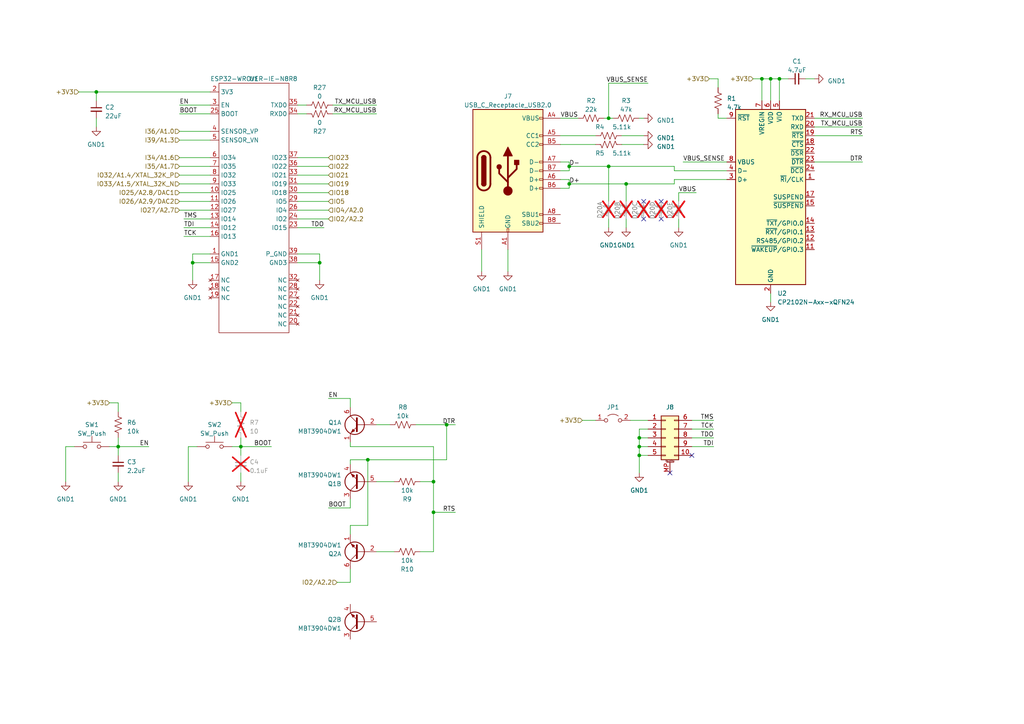
<source format=kicad_sch>
(kicad_sch (version 20230121) (generator eeschema)
  (paper "A4")
  (lib_symbols
    (symbol "Connector:USB_C_Receptacle_USB2.0" (pin_names (offset 1.016))
      (property "Reference" "J" (at -10.16 19.05 0))
      (property "Value" "USB_C_Receptacle_USB2.0" (at 19.05 19.05 0))
      (symbol "USB_C_Receptacle_USB2.0_0_0"
        (rectangle (start -0.254 -17.78) (end 0.254 -16.764))
        (rectangle (start 10.16 -14.986) (end 9.144 -15.494))
        (rectangle (start 10.16 -12.446) (end 9.144 -12.954))
        (rectangle (start 10.16 -4.826) (end 9.144 -5.334))
        (rectangle (start 10.16 -2.286) (end 9.144 -2.794))
        (rectangle (start 10.16 0.254) (end 9.144 -0.254))
        (rectangle (start 10.16 2.794) (end 9.144 2.286))
        (rectangle (start 10.16 7.874) (end 9.144 7.366))
        (rectangle (start 10.16 10.414) (end 9.144 9.906))
        (rectangle (start 10.16 15.494) (end 9.144 14.986))
      )
      (symbol "USB_C_Receptacle_USB2.0_0_1"
        (rectangle (start -10.16 17.78) (end 10.16 -17.78) (stroke (width 0.254)) (fill (type background)))
        (arc (start -8.89 -3.81) (mid -6.985 -5.7067) (end -5.08 -3.81) (stroke (width 0.508)))
        (arc (start -7.62 -3.81) (mid -6.985 -4.4423) (end -6.35 -3.81) (stroke (width 0.254)))
        (arc (start -7.62 -3.81) (mid -6.985 -4.4423) (end -6.35 -3.81) (stroke (width 0.254)) (fill (type outline)))
        (rectangle (start -7.62 -3.81) (end -6.35 3.81) (stroke (width 0.254)) (fill (type outline)))
        (arc (start -6.35 3.81) (mid -6.985 4.4423) (end -7.62 3.81) (stroke (width 0.254)))
        (arc (start -6.35 3.81) (mid -6.985 4.4423) (end -7.62 3.81) (stroke (width 0.254)) (fill (type outline)))
        (arc (start -5.08 3.81) (mid -6.985 5.7067) (end -8.89 3.81) (stroke (width 0.508)))
        (circle (center -2.54 1.143) (radius 0.635) (stroke (width 0.254)) (fill (type outline)))
        (circle (center 0 -5.842) (radius 1.27) (fill (type outline)))
        (polyline (pts (xy -8.89 -3.81) (xy -8.89 3.81)) (stroke (width 0.508)))
        (polyline (pts (xy -5.08 3.81) (xy -5.08 -3.81)) (stroke (width 0.508)))
        (polyline (pts (xy 0 -5.842) (xy 0 4.318)) (stroke (width 0.508)))
        (polyline (pts (xy 0 -3.302) (xy -2.54 -0.762) (xy -2.54 0.508)) (stroke (width 0.508)))
        (polyline (pts (xy 0 -2.032) (xy 2.54 0.508) (xy 2.54 1.778)) (stroke (width 0.508)))
        (polyline (pts (xy -1.27 4.318) (xy 0 6.858) (xy 1.27 4.318) (xy -1.27 4.318)) (stroke (width 0.254)) (fill (type outline)))
        (rectangle (start 1.905 1.778) (end 3.175 3.048) (stroke (width 0.254)) (fill (type outline)))
      )
      (symbol "USB_C_Receptacle_USB2.0_1_1"
        (pin passive line (at 0 -22.86 90) (length 5.08) (name "GND") (number "A1"))
        (pin passive line (at 0 -22.86 90) (length 5.08) hide (name "GND") (number "A12"))
        (pin passive line (at 15.24 15.24 180) (length 5.08) (name "VBUS") (number "A4"))
        (pin bidirectional line (at 15.24 10.16 180) (length 5.08) (name "CC1") (number "A5"))
        (pin bidirectional line (at 15.24 -2.54 180) (length 5.08) (name "D+") (number "A6"))
        (pin bidirectional line (at 15.24 2.54 180) (length 5.08) (name "D-") (number "A7"))
        (pin bidirectional line (at 15.24 -12.7 180) (length 5.08) (name "SBU1") (number "A8"))
        (pin passive line (at 15.24 15.24 180) (length 5.08) hide (name "VBUS") (number "A9"))
        (pin passive line (at 0 -22.86 90) (length 5.08) hide (name "GND") (number "B1"))
        (pin passive line (at 0 -22.86 90) (length 5.08) hide (name "GND") (number "B12"))
        (pin passive line (at 15.24 15.24 180) (length 5.08) hide (name "VBUS") (number "B4"))
        (pin bidirectional line (at 15.24 7.62 180) (length 5.08) (name "CC2") (number "B5"))
        (pin bidirectional line (at 15.24 -5.08 180) (length 5.08) (name "D+") (number "B6"))
        (pin bidirectional line (at 15.24 0 180) (length 5.08) (name "D-") (number "B7"))
        (pin bidirectional line (at 15.24 -15.24 180) (length 5.08) (name "SBU2") (number "B8"))
        (pin passive line (at 15.24 15.24 180) (length 5.08) hide (name "VBUS") (number "B9"))
        (pin passive line (at -7.62 -22.86 90) (length 5.08) (name "SHIELD") (number "S1"))
      )
    )
    (symbol "Connector_Generic_MountingPin:Conn_02x05_Top_Bottom_MountingPin" (pin_names (offset 1.016) hide)
      (property "Reference" "J" (at 1.27 7.62 0))
      (property "Value" "Conn_02x05_Top_Bottom_MountingPin" (at 2.54 -7.62 0))
      (symbol "Conn_02x05_Top_Bottom_MountingPin_1_1"
        (rectangle (start -1.27 -4.953) (end 0 -5.207) (stroke (width 0.1524)))
        (rectangle (start -1.27 -2.413) (end 0 -2.667) (stroke (width 0.1524)))
        (rectangle (start -1.27 0.127) (end 0 -0.127) (stroke (width 0.1524)))
        (rectangle (start -1.27 2.667) (end 0 2.413) (stroke (width 0.1524)))
        (rectangle (start -1.27 5.207) (end 0 4.953) (stroke (width 0.1524)))
        (rectangle (start -1.27 6.35) (end 3.81 -6.35) (stroke (width 0.254)) (fill (type background)))
        (polyline (pts (xy 0.254 -7.112) (xy 2.286 -7.112)) (stroke (width 0.1524)))
        (rectangle (start 3.81 -4.953) (end 2.54 -5.207) (stroke (width 0.1524)))
        (rectangle (start 3.81 -2.413) (end 2.54 -2.667) (stroke (width 0.1524)))
        (rectangle (start 3.81 0.127) (end 2.54 -0.127) (stroke (width 0.1524)))
        (rectangle (start 3.81 2.667) (end 2.54 2.413) (stroke (width 0.1524)))
        (rectangle (start 3.81 5.207) (end 2.54 4.953) (stroke (width 0.1524)))
        (text "Mounting" (at 1.27 -6.731 0) (effects (font (size 0.381 0.381))))
        (pin passive line (at -5.08 5.08 0) (length 3.81) (name "Pin_1") (number "1"))
        (pin passive line (at 7.62 -5.08 180) (length 3.81) (name "Pin_10") (number "10"))
        (pin passive line (at -5.08 2.54 0) (length 3.81) (name "Pin_2") (number "2"))
        (pin passive line (at -5.08 0 0) (length 3.81) (name "Pin_3") (number "3"))
        (pin passive line (at -5.08 -2.54 0) (length 3.81) (name "Pin_4") (number "4"))
        (pin passive line (at -5.08 -5.08 0) (length 3.81) (name "Pin_5") (number "5"))
        (pin passive line (at 7.62 5.08 180) (length 3.81) (name "Pin_6") (number "6"))
        (pin passive line (at 7.62 2.54 180) (length 3.81) (name "Pin_7") (number "7"))
        (pin passive line (at 7.62 0 180) (length 3.81) (name "Pin_8") (number "8"))
        (pin passive line (at 7.62 -2.54 180) (length 3.81) (name "Pin_9") (number "9"))
        (pin passive line (at 1.27 -10.16 90) (length 3.048) (name "MountPin") (number "MP"))
      )
    )
    (symbol "Device:C_Small" (pin_numbers hide) (pin_names (offset 0.254) hide)
      (property "Reference" "C" (at 0.254 1.778 0))
      (property "Value" "C_Small" (at 0.254 -2.032 0))
      (symbol "C_Small_0_1"
        (polyline (pts (xy -1.524 -0.508) (xy 1.524 -0.508)) (stroke (width 0.3302)))
        (polyline (pts (xy -1.524 0.508) (xy 1.524 0.508)) (stroke (width 0.3048)))
      )
      (symbol "C_Small_1_1"
        (pin passive line (at 0 2.54 270) (length 2.032) (name "~") (number "1"))
        (pin passive line (at 0 -2.54 90) (length 2.032) (name "~") (number "2"))
      )
    )
    (symbol "Device:R_US" (pin_numbers hide) (pin_names (offset 0))
      (property "Reference" "R" (at 2.54 0 90))
      (property "Value" "R_US" (at -2.54 0 90))
      (symbol "R_US_0_1"
        (polyline (pts (xy 0 -2.286) (xy 0 -2.54)))
        (polyline (pts (xy 0 2.286) (xy 0 2.54)))
        (polyline (pts (xy 0 -0.762) (xy 1.016 -1.143) (xy 0 -1.524) (xy -1.016 -1.905) (xy 0 -2.286)))
        (polyline (pts (xy 0 0.762) (xy 1.016 0.381) (xy 0 0) (xy -1.016 -0.381) (xy 0 -0.762)))
        (polyline (pts (xy 0 2.286) (xy 1.016 1.905) (xy 0 1.524) (xy -1.016 1.143) (xy 0 0.762)))
      )
      (symbol "R_US_1_1"
        (pin passive line (at 0 3.81 270) (length 1.27) (name "~") (number "1"))
        (pin passive line (at 0 -3.81 90) (length 1.27) (name "~") (number "2"))
      )
    )
    (symbol "Interface_USB:CP2102N-Axx-xQFN24"
      (property "Reference" "U" (at -8.89 26.67 0))
      (property "Value" "CP2102N-Axx-xQFN24" (at 13.97 26.67 0))
      (symbol "CP2102N-Axx-xQFN24_0_1"
        (rectangle (start -10.16 25.4) (end 10.16 -25.4) (stroke (width 0.254)) (fill (type background)))
      )
      (symbol "CP2102N-Axx-xQFN24_1_1"
        (pin bidirectional line (at 12.7 5.08 180) (length 2.54) (name "~{RI}/CLK") (number "1"))
        (pin no_connect line (at -10.16 -22.86 0) (length 2.54) hide (name "NC") (number "10"))
        (pin bidirectional line (at 12.7 -15.24 180) (length 2.54) (name "~{WAKEUP}/GPIO.3") (number "11"))
        (pin bidirectional line (at 12.7 -12.7 180) (length 2.54) (name "RS485/GPIO.2") (number "12"))
        (pin bidirectional line (at 12.7 -10.16 180) (length 2.54) (name "~{RXT}/GPIO.1") (number "13"))
        (pin bidirectional line (at 12.7 -7.62 180) (length 2.54) (name "~{TXT}/GPIO.0") (number "14"))
        (pin output line (at 12.7 -2.54 180) (length 2.54) (name "~{SUSPEND}") (number "15"))
        (pin no_connect line (at 10.16 -22.86 180) (length 2.54) hide (name "NC") (number "16"))
        (pin output line (at 12.7 0 180) (length 2.54) (name "SUSPEND") (number "17"))
        (pin input line (at 12.7 15.24 180) (length 2.54) (name "~{CTS}") (number "18"))
        (pin output line (at 12.7 17.78 180) (length 2.54) (name "~{RTS}") (number "19"))
        (pin power_in line (at 0 -27.94 90) (length 2.54) (name "GND") (number "2"))
        (pin input line (at 12.7 20.32 180) (length 2.54) (name "RXD") (number "20"))
        (pin output line (at 12.7 22.86 180) (length 2.54) (name "TXD") (number "21"))
        (pin input line (at 12.7 12.7 180) (length 2.54) (name "~{DSR}") (number "22"))
        (pin output line (at 12.7 10.16 180) (length 2.54) (name "~{DTR}") (number "23"))
        (pin input line (at 12.7 7.62 180) (length 2.54) (name "~{DCD}") (number "24"))
        (pin passive line (at 0 -27.94 90) (length 2.54) hide (name "GND") (number "25"))
        (pin bidirectional line (at -12.7 5.08 0) (length 2.54) (name "D+") (number "3"))
        (pin bidirectional line (at -12.7 7.62 0) (length 2.54) (name "D-") (number "4"))
        (pin power_in line (at 2.54 27.94 270) (length 2.54) (name "VIO") (number "5"))
        (pin power_in line (at 0 27.94 270) (length 2.54) (name "VDD") (number "6"))
        (pin power_in line (at -2.54 27.94 270) (length 2.54) (name "VREGIN") (number "7"))
        (pin input line (at -12.7 10.16 0) (length 2.54) (name "VBUS") (number "8"))
        (pin input line (at -12.7 22.86 0) (length 2.54) (name "~{RST}") (number "9"))
      )
    )
    (symbol "Jumper:Jumper_2_Open" (pin_names (offset 0) hide)
      (property "Reference" "JP" (at 0 2.794 0))
      (property "Value" "Jumper_2_Open" (at 0 -2.286 0))
      (symbol "Jumper_2_Open_0_0"
        (circle (center -2.032 0) (radius 0.508))
        (circle (center 2.032 0) (radius 0.508))
      )
      (symbol "Jumper_2_Open_0_1"
        (arc (start 1.524 1.27) (mid 0 1.778) (end -1.524 1.27))
      )
      (symbol "Jumper_2_Open_1_1"
        (pin passive line (at -5.08 0 0) (length 2.54) (name "A") (number "1"))
        (pin passive line (at 5.08 0 180) (length 2.54) (name "B") (number "2"))
      )
    )
    (symbol "Rumission:D5V0F4U6SO" (pin_names hide)
      (property "Reference" "D" (at 0 0 0))
      (symbol "D5V0F4U6SO_1_1"
        (polyline (pts (xy -1.27 -2.54) (xy 0.762 -2.54)))
        (polyline (pts (xy -1.27 -1.524) (xy -1.27 -3.556) (xy -0.762 -3.556)))
        (polyline (pts (xy 0.762 -1.524) (xy -1.27 -2.54) (xy 0.762 -3.556) (xy 0.762 -1.524)))
        (pin passive line (at -2.54 -2.54 0) (length 2.54) (name "K1") (number "1"))
        (pin passive line (at 2.54 -2.54 180) (length 2.54) (name "A") (number "2"))
      )
      (symbol "D5V0F4U6SO_2_1"
        (polyline (pts (xy -1.27 -2.54) (xy 0.762 -2.54)))
        (polyline (pts (xy -1.27 -1.524) (xy -1.27 -3.556) (xy -0.762 -3.556)))
        (polyline (pts (xy 0.762 -1.524) (xy -1.27 -2.54) (xy 0.762 -3.556) (xy 0.762 -1.524)))
        (pin passive line (at 2.54 -2.54 180) (length 2.54) (name "A") (number "2"))
        (pin passive line (at -2.54 -2.54 0) (length 2.54) (name "K2") (number "3"))
      )
      (symbol "D5V0F4U6SO_3_1"
        (polyline (pts (xy -1.27 -2.54) (xy 0.762 -2.54)))
        (polyline (pts (xy -1.27 -1.524) (xy -1.27 -3.556) (xy -0.762 -3.556)))
        (polyline (pts (xy 0.762 -1.524) (xy -1.27 -2.54) (xy 0.762 -3.556) (xy 0.762 -1.524)))
        (pin passive line (at 2.54 -2.54 180) (length 2.54) (name "A") (number "2"))
        (pin passive line (at -2.54 -2.54 0) (length 2.54) (name "K3") (number "4"))
      )
      (symbol "D5V0F4U6SO_4_1"
        (polyline (pts (xy -1.27 -2.54) (xy 0.762 -2.54)))
        (polyline (pts (xy -1.27 -1.524) (xy -1.27 -3.556) (xy -0.762 -3.556)))
        (polyline (pts (xy 0.762 -1.524) (xy -1.27 -2.54) (xy 0.762 -3.556) (xy 0.762 -1.524)))
        (pin passive line (at 2.54 -2.54 180) (length 2.54) (name "A") (number "2"))
        (pin passive line (at -2.54 -2.54 0) (length 2.54) (name "K4") (number "6"))
      )
      (symbol "D5V0F4U6SO_5_1"
        (polyline (pts (xy 0 -5.08) (xy 0 -7.112)))
        (polyline (pts (xy 1.016 -5.08) (xy -1.016 -5.08) (xy -1.016 -5.588)))
        (polyline (pts (xy 1.016 -7.112) (xy 0 -5.08) (xy -1.016 -7.112) (xy 1.016 -7.112)))
        (pin passive line (at 0 -8.89 90) (length 2.54) (name "A") (number "2"))
        (pin passive line (at 0 -3.81 270) (length 2.54) (name "K_Vcc") (number "5"))
      )
    )
    (symbol "Rumission:ESP32-WROVER"
      (property "Reference" "U" (at 0 0 0))
      (symbol "ESP32-WROVER_0_1"
        (rectangle (start -10.16 -1.27) (end 10.16 -73.66))
      )
      (symbol "ESP32-WROVER_1_1"
        (pin power_out line (at -12.7 -50.8 0) (length 2.54) (name "GND1") (number "1"))
        (pin bidirectional line (at -12.7 -33.02 0) (length 2.54) (name "IO25") (number "10"))
        (pin bidirectional line (at -12.7 -35.56 0) (length 2.54) (name "IO26") (number "11"))
        (pin bidirectional line (at -12.7 -38.1 0) (length 2.54) (name "IO27") (number "12"))
        (pin bidirectional line (at -12.7 -40.64 0) (length 2.54) (name "IO14") (number "13"))
        (pin bidirectional line (at -12.7 -43.18 0) (length 2.54) (name "IO12") (number "14"))
        (pin power_out line (at -12.7 -53.34 0) (length 2.54) (name "GND2") (number "15"))
        (pin bidirectional line (at -12.7 -45.72 0) (length 2.54) (name "IO13") (number "16"))
        (pin no_connect line (at -12.7 -58.42 0) (length 2.54) (name "NC") (number "17"))
        (pin no_connect line (at -12.7 -60.96 0) (length 2.54) (name "NC") (number "18"))
        (pin no_connect line (at -12.7 -63.5 0) (length 2.54) (name "NC") (number "19"))
        (pin power_in line (at -12.7 -3.81 0) (length 2.54) (name "3V3") (number "2"))
        (pin no_connect line (at 12.7 -71.12 180) (length 2.54) (name "NC") (number "20"))
        (pin no_connect line (at 12.7 -68.58 180) (length 2.54) (name "NC") (number "21"))
        (pin no_connect line (at 12.7 -66.04 180) (length 2.54) (name "NC") (number "22"))
        (pin bidirectional line (at 12.7 -43.18 180) (length 2.54) (name "IO15") (number "23"))
        (pin bidirectional line (at 12.7 -40.64 180) (length 2.54) (name "IO2") (number "24"))
        (pin input line (at -12.7 -10.16 0) (length 2.54) (name "BOOT") (number "25"))
        (pin bidirectional line (at 12.7 -38.1 180) (length 2.54) (name "IO4") (number "26"))
        (pin no_connect line (at 12.7 -63.5 180) (length 2.54) (name "NC") (number "27"))
        (pin no_connect line (at 12.7 -60.96 180) (length 2.54) (name "NC") (number "28"))
        (pin bidirectional line (at 12.7 -35.56 180) (length 2.54) (name "IO5") (number "29"))
        (pin input line (at -12.7 -7.62 0) (length 2.54) (name "EN") (number "3"))
        (pin bidirectional line (at 12.7 -33.02 180) (length 2.54) (name "IO18") (number "30"))
        (pin bidirectional line (at 12.7 -30.48 180) (length 2.54) (name "IO19") (number "31"))
        (pin no_connect line (at 12.7 -58.42 180) (length 2.54) (name "NC") (number "32"))
        (pin bidirectional line (at 12.7 -27.94 180) (length 2.54) (name "IO21") (number "33"))
        (pin input line (at 12.7 -10.16 180) (length 2.54) (name "RXD0") (number "34"))
        (pin output line (at 12.7 -7.62 180) (length 2.54) (name "TXD0") (number "35"))
        (pin bidirectional line (at 12.7 -25.4 180) (length 2.54) (name "IO22") (number "36"))
        (pin bidirectional line (at 12.7 -22.86 180) (length 2.54) (name "IO23") (number "37"))
        (pin power_out line (at 12.7 -53.34 180) (length 2.54) (name "GND3") (number "38"))
        (pin power_out line (at 12.7 -50.8 180) (length 2.54) (name "P_GND") (number "39"))
        (pin input line (at -12.7 -15.24 0) (length 2.54) (name "SENSOR_VP") (number "4"))
        (pin input line (at -12.7 -17.78 0) (length 2.54) (name "SENSOR_VN") (number "5"))
        (pin input line (at -12.7 -22.86 0) (length 2.54) (name "IO34") (number "6"))
        (pin input line (at -12.7 -25.4 0) (length 2.54) (name "IO35") (number "7"))
        (pin bidirectional line (at -12.7 -27.94 0) (length 2.54) (name "IO32") (number "8"))
        (pin bidirectional line (at -12.7 -30.48 0) (length 2.54) (name "IO33") (number "9"))
      )
    )
    (symbol "Switch:SW_Push" (pin_numbers hide) (pin_names (offset 1.016) hide)
      (property "Reference" "SW" (at 1.27 2.54 0))
      (property "Value" "SW_Push" (at 0 -1.524 0))
      (symbol "SW_Push_0_1"
        (circle (center -2.032 0) (radius 0.508))
        (polyline (pts (xy 0 1.27) (xy 0 3.048)))
        (polyline (pts (xy 2.54 1.27) (xy -2.54 1.27)))
        (circle (center 2.032 0) (radius 0.508))
        (pin passive line (at -5.08 0 0) (length 2.54) (name "1") (number "1"))
        (pin passive line (at 5.08 0 180) (length 2.54) (name "2") (number "2"))
      )
    )
    (symbol "Transistor_BJT:MBT3904DW1" (pin_names (offset 0) hide)
      (property "Reference" "Q" (at 5.08 1.27 0))
      (property "Value" "MBT3904DW1" (at 5.08 -1.27 0))
      (symbol "MBT3904DW1_0_1"
        (polyline (pts (xy 0.635 0) (xy -2.54 0)))
        (polyline (pts (xy 0.635 0.635) (xy 2.54 2.54)))
        (polyline (pts (xy 0.635 -0.635) (xy 2.54 -2.54) (xy 2.54 -2.54)))
        (polyline (pts (xy 0.635 1.905) (xy 0.635 -1.905) (xy 0.635 -1.905)) (stroke (width 0.508)))
        (polyline (pts (xy 1.27 -1.778) (xy 1.778 -1.27) (xy 2.286 -2.286) (xy 1.27 -1.778) (xy 1.27 -1.778)) (fill (type outline)))
        (circle (center 1.27 0) (radius 2.8194) (stroke (width 0.254)))
      )
      (symbol "MBT3904DW1_1_1"
        (pin passive line (at 2.54 -5.08 90) (length 2.54) (name "E1") (number "1"))
        (pin input line (at -5.08 0 0) (length 2.54) (name "B1") (number "2"))
        (pin passive line (at 2.54 5.08 270) (length 2.54) (name "C1") (number "6"))
      )
      (symbol "MBT3904DW1_2_1"
        (pin passive line (at 2.54 5.08 270) (length 2.54) (name "C2") (number "3"))
        (pin passive line (at 2.54 -5.08 90) (length 2.54) (name "E2") (number "4"))
        (pin input line (at -5.08 0 0) (length 2.54) (name "B2") (number "5"))
      )
    )
    (symbol "power:GND1" (power) (pin_names (offset 0))
      (property "Value" "GND1" (at 0 -3.81 0))
      (symbol "GND1_0_1"
        (polyline (pts (xy 0 0) (xy 0 -1.27) (xy 1.27 -1.27) (xy 0 -2.54) (xy -1.27 -1.27) (xy 0 -1.27)))
      )
      (symbol "GND1_1_1"
        (pin power_in line (at 0 0 270) (length 0) hide (name "GND1") (number "1"))
      )
    )
  )
  (junction (at 129.54 123.19))
  (junction (at 185.42 132.08))
  (junction (at 125.73 139.7))
  (junction (at 176.53 34.29))
  (junction (at 165.1 53.34))
  (junction (at 92.71 76.2))
  (junction (at 226.06 22.86))
  (junction (at 125.73 148.59))
  (junction (at 185.42 129.54))
  (junction (at 69.85 129.54))
  (junction (at 181.61 53.34))
  (junction (at 220.98 22.86))
  (junction (at 165.1 48.26))
  (junction (at 176.53 48.26))
  (junction (at 106.68 133.35))
  (junction (at 34.29 129.54))
  (junction (at 223.52 22.86))
  (junction (at 27.94 26.67))
  (junction (at 185.42 127))
  (junction (at 55.88 76.2))
  (no_connect (at 191.77 58.42))
  (no_connect (at 194.31 137.16))
  (no_connect (at 191.77 63.5))
  (no_connect (at 186.69 63.5))
  (no_connect (at 200.66 132.08))
  (no_connect (at 186.69 58.42))
  (wire (pts (xy 195.58 52.07) (xy 195.58 53.34)))
  (wire (pts (xy 165.1 46.99) (xy 165.1 48.26)))
  (wire (pts (xy 34.29 129.54) (xy 43.18 129.54)))
  (wire (pts (xy 185.42 132.08) (xy 185.42 137.16)))
  (wire (pts (xy 176.53 48.26) (xy 176.53 58.42)))
  (wire (pts (xy 101.6 129.54) (xy 125.73 129.54)))
  (wire (pts (xy 19.05 139.7) (xy 19.05 129.54)))
  (wire (pts (xy 226.06 22.86) (xy 226.06 29.21)))
  (wire (pts (xy 121.92 160.02) (xy 125.73 160.02)))
  (wire (pts (xy 31.75 116.84) (xy 34.29 116.84)))
  (wire (pts (xy 86.36 58.42) (xy 95.25 58.42)))
  (wire (pts (xy 86.36 60.96) (xy 95.25 60.96)))
  (wire (pts (xy 196.85 63.5) (xy 196.85 66.04)))
  (wire (pts (xy 34.29 127) (xy 34.29 129.54)))
  (wire (pts (xy 52.07 55.88) (xy 60.96 55.88)))
  (wire (pts (xy 67.31 116.84) (xy 69.85 116.84)))
  (wire (pts (xy 180.34 39.37) (xy 186.69 39.37)))
  (wire (pts (xy 226.06 22.86) (xy 228.6 22.86)))
  (wire (pts (xy 69.85 129.54) (xy 78.74 129.54)))
  (wire (pts (xy 86.36 76.2) (xy 92.71 76.2)))
  (wire (pts (xy 121.92 139.7) (xy 125.73 139.7)))
  (wire (pts (xy 86.36 33.02) (xy 88.9 33.02)))
  (wire (pts (xy 86.36 45.72) (xy 95.25 45.72)))
  (wire (pts (xy 185.42 34.29) (xy 186.69 34.29)))
  (wire (pts (xy 106.68 133.35) (xy 106.68 152.4)))
  (wire (pts (xy 101.6 144.78) (xy 101.6 147.32)))
  (wire (pts (xy 69.85 137.16) (xy 69.85 139.7)))
  (wire (pts (xy 147.32 72.39) (xy 147.32 78.74)))
  (wire (pts (xy 52.07 40.64) (xy 60.96 40.64)))
  (wire (pts (xy 101.6 154.94) (xy 101.6 152.4)))
  (wire (pts (xy 176.53 34.29) (xy 177.8 34.29)))
  (wire (pts (xy 220.98 22.86) (xy 220.98 29.21)))
  (wire (pts (xy 208.28 33.02) (xy 208.28 34.29)))
  (wire (pts (xy 106.68 133.35) (xy 129.54 133.35)))
  (wire (pts (xy 31.75 129.54) (xy 34.29 129.54)))
  (wire (pts (xy 185.42 127) (xy 185.42 129.54)))
  (wire (pts (xy 208.28 25.4) (xy 208.28 22.86)))
  (wire (pts (xy 223.52 22.86) (xy 223.52 29.21)))
  (wire (pts (xy 168.91 121.92) (xy 172.72 121.92)))
  (wire (pts (xy 52.07 33.02) (xy 60.96 33.02)))
  (wire (pts (xy 52.07 38.1) (xy 60.96 38.1)))
  (wire (pts (xy 86.36 30.48) (xy 88.9 30.48)))
  (wire (pts (xy 198.12 46.99) (xy 210.82 46.99)))
  (wire (pts (xy 129.54 123.19) (xy 129.54 133.35)))
  (wire (pts (xy 176.53 63.5) (xy 176.53 66.04)))
  (wire (pts (xy 27.94 26.67) (xy 60.96 26.67)))
  (wire (pts (xy 176.53 34.29) (xy 176.53 24.13)))
  (wire (pts (xy 86.36 50.8) (xy 95.25 50.8)))
  (wire (pts (xy 185.42 129.54) (xy 187.96 129.54)))
  (wire (pts (xy 185.42 132.08) (xy 187.96 132.08)))
  (wire (pts (xy 175.26 34.29) (xy 176.53 34.29)))
  (wire (pts (xy 176.53 24.13) (xy 187.96 24.13)))
  (wire (pts (xy 96.52 33.02) (xy 109.22 33.02)))
  (wire (pts (xy 101.6 134.62) (xy 101.6 133.35)))
  (wire (pts (xy 101.6 133.35) (xy 106.68 133.35)))
  (wire (pts (xy 200.66 129.54) (xy 207.01 129.54)))
  (wire (pts (xy 92.71 81.28) (xy 92.71 76.2)))
  (wire (pts (xy 92.71 76.2) (xy 92.71 73.66)))
  (wire (pts (xy 139.7 72.39) (xy 139.7 78.74)))
  (wire (pts (xy 162.56 54.61) (xy 165.1 54.61)))
  (wire (pts (xy 52.07 50.8) (xy 60.96 50.8)))
  (wire (pts (xy 86.36 63.5) (xy 95.25 63.5)))
  (wire (pts (xy 162.56 46.99) (xy 165.1 46.99)))
  (wire (pts (xy 95.25 147.32) (xy 101.6 147.32)))
  (wire (pts (xy 233.68 22.86) (xy 236.22 22.86)))
  (wire (pts (xy 97.79 168.91) (xy 101.6 168.91)))
  (wire (pts (xy 34.29 119.38) (xy 34.29 116.84)))
  (wire (pts (xy 236.22 36.83) (xy 250.19 36.83)))
  (wire (pts (xy 86.36 53.34) (xy 95.25 53.34)))
  (wire (pts (xy 236.22 39.37) (xy 250.19 39.37)))
  (wire (pts (xy 53.34 66.04) (xy 60.96 66.04)))
  (wire (pts (xy 165.1 53.34) (xy 181.61 53.34)))
  (wire (pts (xy 200.66 124.46) (xy 207.01 124.46)))
  (wire (pts (xy 196.85 55.88) (xy 196.85 58.42)))
  (wire (pts (xy 200.66 127) (xy 207.01 127)))
  (wire (pts (xy 54.61 129.54) (xy 57.15 129.54)))
  (wire (pts (xy 101.6 165.1) (xy 101.6 168.91)))
  (wire (pts (xy 86.36 55.88) (xy 95.25 55.88)))
  (wire (pts (xy 181.61 53.34) (xy 195.58 53.34)))
  (wire (pts (xy 162.56 39.37) (xy 172.72 39.37)))
  (wire (pts (xy 53.34 63.5) (xy 60.96 63.5)))
  (wire (pts (xy 52.07 45.72) (xy 60.96 45.72)))
  (wire (pts (xy 236.22 46.99) (xy 250.19 46.99)))
  (wire (pts (xy 125.73 148.59) (xy 132.08 148.59)))
  (wire (pts (xy 69.85 119.38) (xy 69.85 116.84)))
  (wire (pts (xy 196.85 55.88) (xy 201.93 55.88)))
  (wire (pts (xy 86.36 48.26) (xy 95.25 48.26)))
  (wire (pts (xy 55.88 73.66) (xy 60.96 73.66)))
  (wire (pts (xy 52.07 48.26) (xy 60.96 48.26)))
  (wire (pts (xy 208.28 22.86) (xy 205.74 22.86)))
  (wire (pts (xy 187.96 124.46) (xy 185.42 124.46)))
  (wire (pts (xy 181.61 63.5) (xy 181.61 66.04)))
  (wire (pts (xy 181.61 53.34) (xy 181.61 58.42)))
  (wire (pts (xy 101.6 152.4) (xy 106.68 152.4)))
  (wire (pts (xy 218.44 22.86) (xy 220.98 22.86)))
  (wire (pts (xy 210.82 49.53) (xy 195.58 49.53)))
  (wire (pts (xy 162.56 34.29) (xy 167.64 34.29)))
  (wire (pts (xy 55.88 81.28) (xy 55.88 76.2)))
  (wire (pts (xy 200.66 121.92) (xy 207.01 121.92)))
  (wire (pts (xy 185.42 129.54) (xy 185.42 132.08)))
  (wire (pts (xy 195.58 48.26) (xy 176.53 48.26)))
  (wire (pts (xy 180.34 41.91) (xy 186.69 41.91)))
  (wire (pts (xy 55.88 76.2) (xy 60.96 76.2)))
  (wire (pts (xy 55.88 76.2) (xy 55.88 73.66)))
  (wire (pts (xy 210.82 52.07) (xy 195.58 52.07)))
  (wire (pts (xy 165.1 49.53) (xy 162.56 49.53)))
  (wire (pts (xy 125.73 129.54) (xy 125.73 139.7)))
  (wire (pts (xy 22.86 26.67) (xy 27.94 26.67)))
  (wire (pts (xy 67.31 129.54) (xy 69.85 129.54)))
  (wire (pts (xy 53.34 68.58) (xy 60.96 68.58)))
  (wire (pts (xy 223.52 85.09) (xy 223.52 87.63)))
  (wire (pts (xy 69.85 129.54) (xy 69.85 132.08)))
  (wire (pts (xy 92.71 73.66) (xy 86.36 73.66)))
  (wire (pts (xy 34.29 137.16) (xy 34.29 139.7)))
  (wire (pts (xy 162.56 41.91) (xy 172.72 41.91)))
  (wire (pts (xy 96.52 30.48) (xy 109.22 30.48)))
  (wire (pts (xy 109.22 139.7) (xy 114.3 139.7)))
  (wire (pts (xy 54.61 139.7) (xy 54.61 129.54)))
  (wire (pts (xy 125.73 148.59) (xy 125.73 139.7)))
  (wire (pts (xy 220.98 22.86) (xy 223.52 22.86)))
  (wire (pts (xy 129.54 123.19) (xy 132.08 123.19)))
  (wire (pts (xy 125.73 160.02) (xy 125.73 148.59)))
  (wire (pts (xy 52.07 58.42) (xy 60.96 58.42)))
  (wire (pts (xy 208.28 34.29) (xy 210.82 34.29)))
  (wire (pts (xy 109.22 123.19) (xy 113.03 123.19)))
  (wire (pts (xy 101.6 118.11) (xy 101.6 115.57)))
  (wire (pts (xy 223.52 22.86) (xy 226.06 22.86)))
  (wire (pts (xy 69.85 127) (xy 69.85 129.54)))
  (wire (pts (xy 27.94 29.21) (xy 27.94 26.67)))
  (wire (pts (xy 185.42 124.46) (xy 185.42 127)))
  (wire (pts (xy 120.65 123.19) (xy 129.54 123.19)))
  (wire (pts (xy 34.29 129.54) (xy 34.29 132.08)))
  (wire (pts (xy 195.58 49.53) (xy 195.58 48.26)))
  (wire (pts (xy 27.94 34.29) (xy 27.94 36.83)))
  (wire (pts (xy 19.05 129.54) (xy 21.59 129.54)))
  (wire (pts (xy 165.1 48.26) (xy 165.1 49.53)))
  (wire (pts (xy 176.53 48.26) (xy 165.1 48.26)))
  (wire (pts (xy 52.07 53.34) (xy 60.96 53.34)))
  (wire (pts (xy 52.07 60.96) (xy 60.96 60.96)))
  (wire (pts (xy 236.22 34.29) (xy 250.19 34.29)))
  (wire (pts (xy 182.88 121.92) (xy 187.96 121.92)))
  (wire (pts (xy 165.1 52.07) (xy 165.1 53.34)))
  (wire (pts (xy 95.25 115.57) (xy 101.6 115.57)))
  (wire (pts (xy 165.1 53.34) (xy 165.1 54.61)))
  (wire (pts (xy 185.42 127) (xy 187.96 127)))
  (wire (pts (xy 101.6 128.27) (xy 101.6 129.54)))
  (wire (pts (xy 162.56 52.07) (xy 165.1 52.07)))
  (wire (pts (xy 109.22 160.02) (xy 114.3 160.02)))
  (wire (pts (xy 86.36 66.04) (xy 93.98 66.04)))
  (wire (pts (xy 52.07 30.48) (xy 60.96 30.48)))
  (label "DTR" (at 250.19 46.99 180))
  (label "TDO" (at 93.98 66.04 180))
  (label "TMS" (at 207.01 121.92 180))
  (label "DTR" (at 132.08 123.19 180))
  (label "BOOT" (at 52.07 33.02 0))
  (label "RX_MCU_USB" (at 250.19 34.29 180))
  (label "RTS" (at 250.19 39.37 180))
  (label "TX_MCU_USB" (at 250.19 36.83 180))
  (label "TMS" (at 53.34 63.5 0))
  (label "TX_MCU_USB" (at 109.22 30.48 180))
  (label "VBUS" (at 201.93 55.88 180))
  (label "D+" (at 165.1 53.34 0))
  (label "VBUS_SENSE" (at 198.12 46.99 0))
  (label "TDI" (at 207.01 129.54 180))
  (label "TCK" (at 207.01 124.46 180))
  (label "D-" (at 165.1 48.26 0))
  (label "EN" (at 52.07 30.48 0))
  (label "BOOT" (at 95.25 147.32 0))
  (label "RTS" (at 132.08 148.59 180))
  (label "TDI" (at 53.34 66.04 0))
  (label "EN" (at 43.18 129.54 180))
  (label "RX_MCU_USB" (at 109.22 33.02 180))
  (label "BOOT" (at 78.74 129.54 180))
  (label "EN" (at 95.25 115.57 0))
  (label "VBUS" (at 162.56 34.29 0))
  (label "TCK" (at 53.34 68.58 0))
  (label "TDO" (at 207.01 127 180))
  (label "VBUS_SENSE" (at 187.96 24.13 180))
  (hierarchical_label "IO27{slash}A2.7" (shape input) (at 52.07 60.96 180))
  (hierarchical_label "+3V3" (shape input) (at 22.86 26.67 180))
  (hierarchical_label "+3V3" (shape input) (at 205.74 22.86 180))
  (hierarchical_label "IO19" (shape input) (at 95.25 53.34 0))
  (hierarchical_label "IO23" (shape input) (at 95.25 45.72 0))
  (hierarchical_label "I36{slash}A1.0" (shape input) (at 52.07 38.1 180))
  (hierarchical_label "IO2{slash}A2.2" (shape input) (at 97.79 168.91 180))
  (hierarchical_label "IO4{slash}A2.0" (shape input) (at 95.25 60.96 0))
  (hierarchical_label "IO22" (shape input) (at 95.25 48.26 0))
  (hierarchical_label "IO32{slash}A1.4{slash}XTAL_32K_P" (shape input) (at 52.07 50.8 180))
  (hierarchical_label "IO25{slash}A2.8{slash}DAC1" (shape input) (at 52.07 55.88 180))
  (hierarchical_label "I34{slash}A1.6" (shape input) (at 52.07 45.72 180))
  (hierarchical_label "IO2{slash}A2.2" (shape input) (at 95.25 63.5 0))
  (hierarchical_label "IO5" (shape input) (at 95.25 58.42 0))
  (hierarchical_label "IO26{slash}A2.9{slash}DAC2" (shape input) (at 52.07 58.42 180))
  (hierarchical_label "+3V3" (shape input) (at 31.75 116.84 180))
  (hierarchical_label "I39{slash}A1.3" (shape input) (at 52.07 40.64 180))
  (hierarchical_label "I35{slash}A1.7" (shape input) (at 52.07 48.26 180))
  (hierarchical_label "+3V3" (shape input) (at 218.44 22.86 180))
  (hierarchical_label "IO33{slash}A1.5{slash}XTAL_32K_N" (shape input) (at 52.07 53.34 180))
  (hierarchical_label "IO18" (shape input) (at 95.25 55.88 0))
  (hierarchical_label "+3V3" (shape input) (at 67.31 116.84 180))
  (hierarchical_label "IO21" (shape input) (at 95.25 50.8 0))
  (hierarchical_label "+3V3" (shape input) (at 168.91 121.92 180))
  (symbol (lib_id "power:GND1") (at 181.61 66.04 0) (unit 1)
    (property "Reference" "#PWR0258" (effects hide))
    (property "Value" "GND1" (at 181.61 71.12 0))
  )
  (symbol (lib_id "power:GND1") (at 186.69 34.29 90) (unit 1)
    (property "Reference" "#PWR024" (effects hide))
    (property "Value" "GND1" (at 190.5 34.925 90) (effects (justify right)))
  )
  (symbol (lib_id "power:GND1") (at 176.53 66.04 0) (unit 1)
    (property "Reference" "#PWR0257" (effects hide))
    (property "Value" "GND1" (at 176.53 71.12 0))
  )
  (symbol (lib_id "Device:C_Small") (at 27.94 31.75 0) (unit 1)
    (property "Reference" "C2" (at 30.48 31.1213 0) (effects (justify left)))
    (property "Value" "22uF" (at 30.48 33.6613 0) (effects (justify left)))
    (property "Footprint" "Capacitor_SMD:C_0805_2012Metric_Pad1.18x1.45mm_HandSolder" (effects hide))
    (property "Datasheet" "https://media.digikey.com/pdf/Data%20Sheets/Samsung%20PDFs/CL21A226MOCLRNC_Spec.pdf" (effects hide))
    (property "DigiKey PN" "1276-6780-1-ND" (effects hide))
    (property "MPN" "CL21A226MOCLRNC" (effects hide))
    (property "Manufacturer" "Samsung Electro-Mechanics" (effects hide))
  )
  (symbol (lib_id "power:GND1") (at 236.22 22.86 90) (unit 1)
    (property "Reference" "#PWR023" (effects hide))
    (property "Value" "GND1" (at 240.03 23.495 90) (effects (justify right)))
  )
  (symbol (lib_id "power:GND1") (at 54.61 139.7 0) (unit 1)
    (property "Reference" "#PWR036" (effects hide))
    (property "Value" "GND1" (at 54.61 144.78 0))
  )
  (symbol (lib_id "power:GND1") (at 185.42 137.16 0) (unit 1)
    (property "Reference" "#PWR033" (effects hide))
    (property "Value" "GND1" (at 185.42 142.24 0))
  )
  (symbol (lib_id "power:GND1") (at 34.29 139.7 0) (unit 1)
    (property "Reference" "#PWR035" (effects hide))
    (property "Value" "GND1" (at 34.29 144.78 0))
  )
  (symbol (lib_id "Device:R_US") (at 181.61 34.29 270) (unit 1)
    (property "Reference" "R3" (at 181.61 29.21 90))
    (property "Value" "47k" (at 181.61 31.75 90))
    (property "Footprint" "Resistor_THT:R_Axial_DIN0207_L6.3mm_D2.5mm_P10.16mm_Horizontal" (effects hide))
    (property "Datasheet" "https://www.yageo.com/upload/media/product/productsearch/datasheet/lr/YAGEO%20MFR_datasheet_2021v1.pdf" (effects hide))
    (property "DigiKey PN" "13-MFR-25FRF52-47KCT-ND" (effects hide))
    (property "MPN" "MFR-25FRF52-47K" (effects hide))
    (property "Manufacturer" "YAGEO" (effects hide))
  )
  (symbol (lib_id "power:GND1") (at 186.69 41.91 90) (unit 1)
    (property "Reference" "#PWR027" (effects hide))
    (property "Value" "GND1" (at 190.5 42.545 90) (effects (justify right)))
  )
  (symbol (lib_id "Connector:USB_C_Receptacle_USB2.0") (at 147.32 49.53 0) (unit 1)
    (property "Reference" "J7" (at 147.32 27.94 0))
    (property "Value" "USB_C_Receptacle_USB2.0" (at 147.32 30.48 0))
    (property "Footprint" "Connector_USB:USB_C_Receptacle_GCT_USB4115-03-C" (effects hide))
    (property "Datasheet" "https://gct.co/files/drawings/usb4115.pdf" (effects hide))
    (property "DigiKey PN" "2073-USB4115-03-CCT-ND" (effects hide))
    (property "MPN" "USB4115-03-C" (effects hide))
    (property "Manufacturer" "GCT" (effects hide))
  )
  (symbol (lib_id "power:GND1") (at 19.05 139.7 0) (unit 1)
    (property "Reference" "#PWR034" (effects hide))
    (property "Value" "GND1" (at 19.05 144.78 0))
  )
  (symbol (lib_id "power:GND1") (at 186.69 39.37 90) (unit 1)
    (property "Reference" "#PWR026" (effects hide))
    (property "Value" "GND1" (at 190.5 40.005 90) (effects (justify right)))
  )
  (symbol (lib_id "Switch:SW_Push") (at 62.23 129.54 0) (unit 1)
    (property "Reference" "SW2" (at 62.23 123.19 0))
    (property "Value" "SW_Push" (at 62.23 125.73 0))
    (property "Footprint" "Button_Switch_SMD:SW_SPST_PTS645" (effects hide))
    (property "Datasheet" "https://www.ckswitches.com/media/1471/pts645.pdf" (effects hide))
    (property "DigiKey PN" "CKN9112CT-ND" (effects hide))
    (property "MPN" "PTS645SM43SMTR92 LFS" (effects hide))
    (property "Manufacturer" "C&K" (effects hide))
  )
  (symbol (lib_id "Device:R_US") (at 208.28 29.21 0) (unit 1)
    (property "Reference" "R1" (at 210.82 28.575 0) (effects (justify left)))
    (property "Value" "4.7k" (at 210.82 31.115 0) (effects (justify left)))
    (property "Footprint" "Resistor_SMD:R_0805_2012Metric_Pad1.20x1.40mm_HandSolder" (effects hide))
    (property "Datasheet" "https://www.yageo.com/upload/media/product/productsearch/datasheet/lr/YAGEO%20MFR_datasheet_2021v1.pdf" (effects hide))
    (property "DigiKey PN" "13-MFR-25FTF52-4K7CT-ND" (effects hide))
    (property "MPN" "MFR-25FTF52-4K7" (effects hide))
    (property "Manufacturer" "YAGEO" (effects hide))
  )
  (symbol (lib_id "Interface_USB:CP2102N-Axx-xQFN24") (at 223.52 57.15 0) (unit 1)
    (property "Reference" "U2" (at 225.4759 85.09 0) (effects (justify left)))
    (property "Value" "CP2102N-Axx-xQFN24" (at 225.4759 87.63 0) (effects (justify left)))
    (property "Footprint" "Package_DFN_QFN:QFN-24-1EP_4x4mm_P0.5mm_EP2.6x2.6mm" (effects hide))
    (property "Datasheet" "https://www.silabs.com/documents/public/data-sheets/cp2102n-datasheet.pdf" (effects hide))
    (property "DigiKey PN" "336-5887-ND" (effects hide))
    (property "MPN" "CP2102N-A02-GQFN24" (effects hide))
    (property "Manufacturer" "Silicon Labs" (effects hide))
  )
  (symbol (lib_id "power:GND1") (at 147.32 78.74 0) (unit 1)
    (property "Reference" "#PWR029" (effects hide))
    (property "Value" "GND1" (at 147.32 83.82 0))
  )
  (symbol (lib_id "Device:R_US") (at 118.11 160.02 90) (unit 1)
    (property "Reference" "R10" (at 118.11 165.1 90))
    (property "Value" "10k" (at 118.11 162.56 90))
    (property "Footprint" "Resistor_SMD:R_0805_2012Metric_Pad1.20x1.40mm_HandSolder" (effects hide))
    (property "Datasheet" "https://www.yageo.com/upload/media/product/productsearch/datasheet/rchip/PYu-RC_Group_51_RoHS_L_12.pdf" (effects hide))
    (property "DigiKey PN" "311-10.0KCRCT-ND" (effects hide))
    (property "MPN" "RC0805FR-0710KL" (effects hide))
    (property "Manufacturer" "YAGEO" (effects hide))
  )
  (symbol (lib_id "Rumission:D5V0F4U6SO") (at 184.15 60.96 270) (unit 2) (dnp yes)
    (property "Reference" "D20" (at 179.07 58.42 0) (effects (justify left)))
    (property "Value" "D5V0F4U6SO" (effects hide))
    (property "Footprint" "Rumission:SOT26" (effects hide))
    (property "Datasheet" "https://www.diodes.com/assets/Datasheets/D5V0F4U6SO.pdf" (effects hide))
    (property "DigiKey PN" "D5V0F4U6SO-7DICT-ND" (effects hide))
    (property "MPN" "D5V0F4U6SO-7" (effects hide))
    (property "Manufacturer" "Diodes Incorporated" (effects hide))
  )
  (symbol (lib_id "Rumission:D5V0F4U6SO") (at 189.23 60.96 270) (unit 3) (dnp yes)
    (property "Reference" "D20" (at 184.15 58.42 0) (effects (justify left)))
    (property "Value" "D5V0F4U6SO" (effects hide))
    (property "Footprint" "Rumission:SOT26" (effects hide))
    (property "Datasheet" "https://www.diodes.com/assets/Datasheets/D5V0F4U6SO.pdf" (effects hide))
    (property "DigiKey PN" "D5V0F4U6SO-7DICT-ND" (effects hide))
    (property "MPN" "D5V0F4U6SO-7" (effects hide))
    (property "Manufacturer" "Diodes Incorporated" (effects hide))
  )
  (symbol (lib_id "power:GND1") (at 69.85 139.7 0) (unit 1)
    (property "Reference" "#PWR037" (effects hide))
    (property "Value" "GND1" (at 69.85 144.78 0))
  )
  (symbol (lib_id "Rumission:D5V0F4U6SO") (at 196.85 54.61 0) (unit 5) (dnp yes)
    (property "Reference" "D20" (at 194.31 63.5 90) (effects (justify left)))
    (property "Value" "D5V0F4U6SO" (effects hide))
    (property "Footprint" "Rumission:SOT26" (effects hide))
    (property "Datasheet" "https://www.diodes.com/assets/Datasheets/D5V0F4U6SO.pdf" (effects hide))
    (property "DigiKey PN" "D5V0F4U6SO-7DICT-ND" (effects hide))
    (property "MPN" "D5V0F4U6SO-7" (effects hide))
    (property "Manufacturer" "Diodes Incorporated" (effects hide))
  )
  (symbol (lib_id "power:GND1") (at 92.71 81.28 0) (unit 1)
    (property "Reference" "#PWR031" (effects hide))
    (property "Value" "GND1" (at 92.71 86.36 0))
  )
  (symbol (lib_id "Transistor_BJT:MBT3904DW1") (at 104.14 123.19 0) (mirror y) (unit 1)
    (property "Reference" "Q1" (at 99.06 122.555 0) (effects (justify left)))
    (property "Value" "MBT3904DW1" (at 99.06 125.095 0) (effects (justify left)))
    (property "Footprint" "Package_TO_SOT_SMD:SOT-363_SC-70-6" (effects hide))
    (property "Datasheet" "http://www.onsemi.com/pub_link/Collateral/MBT3904DW1T1-D.PDF" (effects hide))
    (property "DigiKey PN" "MBT3904DW1T3GOSCT-ND" (effects hide))
    (property "MPN" "MBT3904DW1T3G" (effects hide))
    (property "Manufacturer" "onsemi" (effects hide))
  )
  (symbol (lib_id "Transistor_BJT:MBT3904DW1") (at 104.14 139.7 180) (unit 2)
    (property "Reference" "Q1" (at 99.06 140.335 0) (effects (justify left)))
    (property "Value" "MBT3904DW1" (at 99.06 137.795 0) (effects (justify left)))
    (property "Footprint" "Package_TO_SOT_SMD:SOT-363_SC-70-6" (effects hide))
    (property "Datasheet" "http://www.onsemi.com/pub_link/Collateral/MBT3904DW1T1-D.PDF" (effects hide))
    (property "DigiKey PN" "MBT3904DW1T3GOSCT-ND" (effects hide))
    (property "MPN" "MBT3904DW1T3G" (effects hide))
    (property "Manufacturer" "onsemi" (effects hide))
  )
  (symbol (lib_id "Device:R_US") (at 92.71 33.02 90) (mirror x) (unit 1)
    (property "Reference" "R27" (at 92.71 38.1 90))
    (property "Value" "0" (at 92.71 35.56 90))
    (property "Footprint" "Resistor_SMD:R_0805_2012Metric_Pad1.20x1.40mm_HandSolder" (effects hide))
    (property "Datasheet" "https://www.yageo.com/upload/media/product/productsearch/datasheet/rchip/PYu-RC_Group_51_RoHS_L_12.pdf" (effects hide))
    (property "DigiKey PN" "311-0.0ARCT-ND" (effects hide))
    (property "MPN" "RC0805JR-070RL" (effects hide))
    (property "Manufacturer" "YAGEO" (effects hide))
    (instances (project "dboards-02" (path "" (reference "R27") (unit 1)) (path "" (reference "R109") (unit 1))))
  )
  (symbol (lib_id "Device:C_Small") (at 34.29 134.62 0) (unit 1)
    (property "Reference" "C3" (at 36.83 133.9913 0) (effects (justify left)))
    (property "Value" "2.2uF" (at 36.83 136.5313 0) (effects (justify left)))
    (property "Footprint" "Capacitor_THT:CP_Radial_D5.0mm_P2.00mm" (effects hide))
    (property "Datasheet" "https://connect.kemet.com:7667/gateway/IntelliData-ComponentDocumentation/1.0/download/datasheet/ESK225M100AC3AA" (effects hide))
    (property "DigiKey PN" "399-18273-ND" (effects hide))
    (property "MPN" "ESK225M100AC3AA" (effects hide))
    (property "Manufacturer" "KEMET" (effects hide))
  )
  (symbol (lib_id "power:GND1") (at 55.88 81.28 0) (unit 1)
    (property "Reference" "#PWR030" (effects hide))
    (property "Value" "GND1" (at 55.88 86.36 0))
  )
  (symbol (lib_id "Rumission:D5V0F4U6SO") (at 179.07 60.96 270) (unit 1) (dnp yes)
    (property "Reference" "D20" (at 173.99 58.42 0) (effects (justify left)))
    (property "Value" "D5V0F4U6SO" (effects hide))
    (property "Footprint" "Rumission:SOT26" (effects hide))
    (property "Datasheet" "https://www.diodes.com/assets/Datasheets/D5V0F4U6SO.pdf" (effects hide))
    (property "DigiKey PN" "D5V0F4U6SO-7DICT-ND" (effects hide))
    (property "MPN" "D5V0F4U6SO-7" (effects hide))
    (property "Manufacturer" "Diodes Incorporated" (effects hide))
  )
  (symbol (lib_id "power:GND1") (at 27.94 36.83 0) (unit 1)
    (property "Reference" "#PWR025" (effects hide))
    (property "Value" "GND1" (at 27.94 41.91 0))
  )
  (symbol (lib_id "Device:R_US") (at 171.45 34.29 90) (unit 1)
    (property "Reference" "R2" (at 171.45 29.21 90))
    (property "Value" "22k" (at 171.45 31.75 90))
    (property "Footprint" "Resistor_THT:R_Axial_DIN0207_L6.3mm_D2.5mm_P10.16mm_Horizontal" (effects hide))
    (property "Datasheet" "https://www.yageo.com/upload/media/product/productsearch/datasheet/lr/YAGEO%20MFR_datasheet_2021v1.pdf" (effects hide))
    (property "DigiKey PN" "13-MFR-25FRF52-22KCT-ND" (effects hide))
    (property "MPN" "MFR-25FRF52-22K" (effects hide))
    (property "Manufacturer" "YAGEO" (effects hide))
  )
  (symbol (lib_id "Device:R_US") (at 118.11 139.7 90) (unit 1)
    (property "Reference" "R9" (at 118.11 144.78 90))
    (property "Value" "10k" (at 118.11 142.24 90))
    (property "Footprint" "Resistor_SMD:R_0805_2012Metric_Pad1.20x1.40mm_HandSolder" (effects hide))
    (property "Datasheet" "https://www.yageo.com/upload/media/product/productsearch/datasheet/rchip/PYu-RC_Group_51_RoHS_L_12.pdf" (effects hide))
    (property "DigiKey PN" "311-10.0KCRCT-ND" (effects hide))
    (property "MPN" "RC0805FR-0710KL" (effects hide))
    (property "Manufacturer" "YAGEO" (effects hide))
  )
  (symbol (lib_id "Device:R_US") (at 176.53 39.37 270) (unit 1)
    (property "Reference" "R4" (at 173.99 36.83 90))
    (property "Value" "5.11k" (at 180.34 36.83 90))
    (property "Footprint" "Resistor_THT:R_Axial_DIN0207_L6.3mm_D2.5mm_P10.16mm_Horizontal" (effects hide))
    (property "Datasheet" "https://www.yageo.com/upload/media/product/productsearch/datasheet/lr/YAGEO%20MFR_datasheet_2021v1.pdf" (effects hide))
    (property "DigiKey PN" "13-MFR-25FRF52-5K11CT-ND" (effects hide))
    (property "MPN" "MFR-25FRF52-5K11" (effects hide))
    (property "Manufacturer" "YAGEO" (effects hide))
  )
  (symbol (lib_id "Jumper:Jumper_2_Open") (at 177.8 121.92 0) (unit 1)
    (property "Reference" "JP1" (at 177.8 118.11 0))
    (property "Value" "Jumper_2_Open" (effects hide))
    (property "Footprint" "Connector_PinHeader_2.54mm:PinHeader_1x02_P2.54mm_Vertical" (effects hide))
    (property "Datasheet" "https://cdn.amphenol-cs.com/media/wysiwyg/files/drawing/77311.pdf" (effects hide))
    (property "DigiKey PN" "609-4434-ND" (effects hide))
    (property "MPN" "77311-118-02LF" (effects hide))
    (property "Manufacturer" "Amphenol ICC (FCI)" (effects hide))
  )
  (symbol (lib_id "Device:C_Small") (at 69.85 134.62 0) (unit 1) (dnp yes)
    (property "Reference" "C4" (at 72.39 133.9913 0) (effects (justify left)))
    (property "Value" "0.1uF" (at 72.39 136.5313 0) (effects (justify left)))
    (property "Footprint" "Capacitor_THT:C_Disc_D5.0mm_W2.5mm_P5.00mm" (effects hide))
    (property "Datasheet" "https://product.tdk.com/en/system/files?file=dam/doc/product/capacitor/ceramic/lead-mlcc/catalog/leadmlcc_halogenfree_fa150_en.pdf" (effects hide))
    (property "DigiKey PN" "445-181217-ND" (effects hide))
    (property "MPN" "FA28X8R1E104KNU00" (effects hide))
    (property "Manufacturer" "TDK Corporation" (effects hide))
  )
  (symbol (lib_id "Rumission:D5V0F4U6SO") (at 194.31 60.96 270) (unit 4) (dnp yes)
    (property "Reference" "D20" (at 189.23 58.42 0) (effects (justify left)))
    (property "Value" "D5V0F4U6SO" (effects hide))
    (property "Footprint" "Rumission:SOT26" (effects hide))
    (property "Datasheet" "https://www.diodes.com/assets/Datasheets/D5V0F4U6SO.pdf" (effects hide))
    (property "DigiKey PN" "D5V0F4U6SO-7DICT-ND" (effects hide))
    (property "MPN" "D5V0F4U6SO-7" (effects hide))
    (property "Manufacturer" "Diodes Incorporated" (effects hide))
  )
  (symbol (lib_id "Device:R_US") (at 34.29 123.19 0) (unit 1)
    (property "Reference" "R6" (at 36.83 122.555 0) (effects (justify left)))
    (property "Value" "10k" (at 36.83 125.095 0) (effects (justify left)))
    (property "Footprint" "Resistor_THT:R_Axial_DIN0207_L6.3mm_D2.5mm_P10.16mm_Horizontal" (effects hide))
    (property "Datasheet" "https://www.yageo.com/upload/media/product/productsearch/datasheet/lr/YAGEO%20MFR_datasheet_2021v1.pdf" (effects hide))
    (property "DigiKey PN" "13-MFR-25FRF52-10KCT-ND" (effects hide))
    (property "MPN" "MFR-25FRF52-10K" (effects hide))
    (property "Manufacturer" "YAGEO" (effects hide))
  )
  (symbol (lib_id "Device:R_US") (at 116.84 123.19 90) (unit 1)
    (property "Reference" "R8" (at 116.84 118.11 90))
    (property "Value" "10k" (at 116.84 120.65 90))
    (property "Footprint" "Resistor_SMD:R_0805_2012Metric_Pad1.20x1.40mm_HandSolder" (effects hide))
    (property "Datasheet" "https://www.yageo.com/upload/media/product/productsearch/datasheet/rchip/PYu-RC_Group_51_RoHS_L_12.pdf" (effects hide))
    (property "DigiKey PN" "311-10.0KCRCT-ND" (effects hide))
    (property "MPN" "RC0805FR-0710KL" (effects hide))
    (property "Manufacturer" "YAGEO" (effects hide))
  )
  (symbol (lib_id "Device:R_US") (at 176.53 41.91 270) (mirror x) (unit 1)
    (property "Reference" "R5" (at 173.99 44.45 90))
    (property "Value" "5.11k" (at 180.34 44.45 90))
    (property "Footprint" "Resistor_THT:R_Axial_DIN0207_L6.3mm_D2.5mm_P10.16mm_Horizontal" (effects hide))
    (property "Datasheet" "https://www.yageo.com/upload/media/product/productsearch/datasheet/lr/YAGEO%20MFR_datasheet_2021v1.pdf" (effects hide))
    (property "DigiKey PN" "13-MFR-25FRF52-5K11CT-ND" (effects hide))
    (property "MPN" "MFR-25FRF52-5K11" (effects hide))
    (property "Manufacturer" "YAGEO" (effects hide))
  )
  (symbol (lib_id "Connector_Generic_MountingPin:Conn_02x05_Top_Bottom_MountingPin") (at 193.04 127 0) (unit 1)
    (property "Reference" "J8" (at 194.31 118.11 0))
    (property "Value" "Conn_02x05_Top_Bottom_MountingPin" (effects hide))
    (property "Footprint" "Connector_PinSocket_2.54mm:PinSocket_2x05_P2.54mm_Vertical" (effects hide))
    (property "Datasheet" "http://www.on-shore.com/wp-content/uploads/2018/04/302-SXX1.pdf" (effects hide))
    (property "DigiKey PN" "ED1543-ND" (effects hide))
    (property "MPN" "302-S101" (effects hide))
    (property "Manufacturer" "On Shore Technology Inc." (effects hide))
  )
  (symbol (lib_id "Transistor_BJT:MBT3904DW1") (at 104.14 160.02 180) (unit 1)
    (property "Reference" "Q2" (at 99.06 160.655 0) (effects (justify left)))
    (property "Value" "MBT3904DW1" (at 99.06 158.115 0) (effects (justify left)))
    (property "Footprint" "Package_TO_SOT_SMD:SOT-363_SC-70-6" (effects hide))
    (property "Datasheet" "http://www.onsemi.com/pub_link/Collateral/MBT3904DW1T1-D.PDF" (effects hide))
    (property "DigiKey PN" "MBT3904DW1T3GOSCT-ND" (effects hide))
    (property "MPN" "MBT3904DW1T3G" (effects hide))
    (property "Manufacturer" "onsemi" (effects hide))
  )
  (symbol (lib_id "power:GND1") (at 196.85 66.04 0) (unit 1)
    (property "Reference" "#PWR0259" (effects hide))
    (property "Value" "GND1" (at 196.85 71.12 0))
  )
  (symbol (lib_id "power:GND1") (at 139.7 78.74 0) (unit 1)
    (property "Reference" "#PWR028" (effects hide))
    (property "Value" "GND1" (at 139.7 83.82 0))
  )
  (symbol (lib_id "Rumission:ESP32-WROVER") (at 73.66 22.86 0) (unit 1)
    (property "Reference" "U1" (at 73.66 22.86 0))
    (property "Value" "ESP32-WROVER-IE-N8R8" (at 73.66 22.86 0))
    (property "Footprint" "Rumission:ESP32-WROVER" (effects hide))
    (property "Datasheet" "https://www.espressif.com/sites/default/files/documentation/esp32-wrover-e_esp32-wrover-ie_datasheet_en.pdf" (effects hide))
    (property "DigiKey PN" "1965-ESP32-WROVER-IE-N8R8CT-ND" (effects hide))
    (property "MPN" "ESP32-WROVER-IE-N8R8" (effects hide))
    (property "Manufacturer" "Espressif Systems" (effects hide))
  )
  (symbol (lib_id "Device:R_US") (at 69.85 123.19 0) (unit 1) (dnp yes)
    (property "Reference" "R7" (at 72.39 122.555 0) (effects (justify left)))
    (property "Value" "10" (at 72.39 125.095 0) (effects (justify left)))
    (property "Footprint" "Resistor_THT:R_Axial_DIN0207_L6.3mm_D2.5mm_P10.16mm_Horizontal" (effects hide))
    (property "Datasheet" "https://www.yageo.com/upload/media/product/productsearch/datasheet/lr/YAGEO%20MFR_datasheet_2021v1.pdf" (effects hide))
    (property "DigiKey PN" "13-MFR-25FTF52-10RCT-ND" (effects hide))
    (property "MPN" "MFR-25FTF52-10R" (effects hide))
    (property "Manufacturer" "YAGEO" (effects hide))
  )
  (symbol (lib_id "Transistor_BJT:MBT3904DW1") (at 104.14 180.34 180) (unit 2)
    (property "Reference" "Q2" (at 99.06 179.705 0) (effects (justify left)))
    (property "Value" "MBT3904DW1" (at 99.06 182.245 0) (effects (justify left)))
    (property "Footprint" "Package_TO_SOT_SMD:SOT-363_SC-70-6" (effects hide))
    (property "Datasheet" "http://www.onsemi.com/pub_link/Collateral/MBT3904DW1T1-D.PDF" (effects hide))
    (property "DigiKey PN" "MBT3904DW1T3GOSCT-ND" (effects hide))
    (property "MPN" "MBT3904DW1T3G" (effects hide))
    (property "Manufacturer" "onsemi" (effects hide))
  )
  (symbol (lib_id "Device:R_US") (at 92.71 30.48 90) (unit 1)
    (property "Reference" "R27" (at 92.71 25.4 90))
    (property "Value" "0" (at 92.71 27.94 90))
    (property "Footprint" "Resistor_SMD:R_0805_2012Metric_Pad1.20x1.40mm_HandSolder" (effects hide))
    (property "Datasheet" "https://www.yageo.com/upload/media/product/productsearch/datasheet/rchip/PYu-RC_Group_51_RoHS_L_12.pdf" (effects hide))
    (property "DigiKey PN" "311-0.0ARCT-ND" (effects hide))
    (property "MPN" "RC0805JR-070RL" (effects hide))
    (property "Manufacturer" "YAGEO" (effects hide))
    (instances (project "dboards-02" (path "" (reference "R27") (unit 1)) (path "" (reference "R108") (unit 1))))
  )
  (symbol (lib_id "Device:C_Small") (at 231.14 22.86 90) (unit 1)
    (property "Reference" "C1" (at 231.1463 17.78 90))
    (property "Value" "4.7uF" (at 231.1463 20.32 90))
    (property "Footprint" "Capacitor_SMD:C_0805_2012Metric_Pad1.18x1.45mm_HandSolder" (effects hide))
    (property "Datasheet" "https://media.digikey.com/pdf/Data%20Sheets/Samsung%20PDFs/CL21A475KAQNNNE_Spec.pdf" (effects hide))
    (property "DigiKey PN" "1276-1244-1-ND" (effects hide))
    (property "MPN" "CL21A475KAQNNNE" (effects hide))
    (property "Manufacturer" "Samsung Electro-Mechanics" (effects hide))
  )
  (symbol (lib_id "Switch:SW_Push") (at 26.67 129.54 0) (unit 1)
    (property "Reference" "SW1" (at 26.67 123.19 0))
    (property "Value" "SW_Push" (at 26.67 125.73 0))
    (property "Footprint" "Button_Switch_SMD:SW_SPST_PTS645" (effects hide))
    (property "Datasheet" "https://www.ckswitches.com/media/1471/pts645.pdf" (effects hide))
    (property "DigiKey PN" "CKN11907CT-ND" (effects hide))
    (property "MPN" "PTS645SH43SMTR92 LFS" (effects hide))
    (property "Manufacturer" "C&K" (effects hide))
  )
  (symbol (lib_id "power:GND1") (at 223.52 87.63 0) (unit 1)
    (property "Reference" "#PWR032" (effects hide))
    (property "Value" "GND1" (at 223.52 92.71 0))
  )
)
</source>
